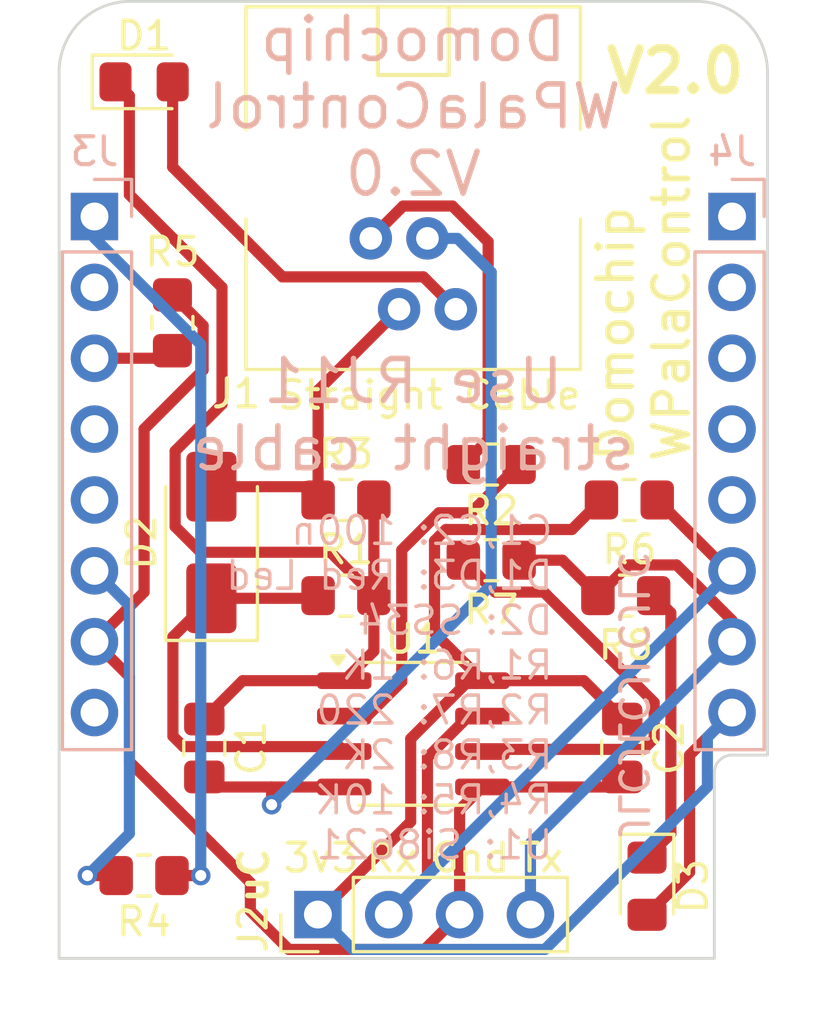
<source format=kicad_pcb>
(kicad_pcb (version 20240108) (generator "pcbnew") (generator_version "8.0")
  (layers (0 "F.Cu" signal) (31 "B.Cu" signal) (34 "B.Paste" user) (35 "F.Paste" user) (36 "B.SilkS" user "B.Silkscreen") (37 "F.SilkS" user "F.Silkscreen") (38 "B.Mask" user) (39 "F.Mask" user) (44 "Edge.Cuts" user))
  (net 0 "")
  (net 1 "VDD1")
  (net 2 "GND1")
  (net 3 "VDD2")
  (net 4 "GND2")
  (net 5 "Net-(D1-A)")
  (net 6 "/Rx")
  (net 7 "Net-(D2-K)")
  (net 8 "Net-(D3-K)")
  (net 9 "/Tx")
  (net 10 "RXuC")
  (net 11 "TXuC")
  (net 12 "Net-(U1-A1)")
  (net 13 "Net-(J3-D1)")
  (net 14 "Net-(J3-Tx)")
  (net 16 "Net-(U1-B2)")
  (net 18 "Net-(J3-D4)")
  (footprint "Capacitor_SMD:C_0805_2012Metric_Pad1.18x1.45mm_HandSolder" (layer "F.Cu") (at 28.067 50.8 -90)
    (property "Reference" "C1" (at 0 -1.68 -90) (layer "F.SilkS"))
    (property "Value" "100n")
    (fp_line (start -0.261252 0.735) (end 0.261252 0.735) (stroke (width 0.12)) (layer "F.SilkS"))
    (fp_line (start -0.261252 -0.735) (end 0.261252 -0.735) (stroke (width 0.12)) (layer "F.SilkS"))
    (pad "1" smd roundrect (at -1.0375 0 270) (size 1.175 1.45) (layers "F.Cu" "F.Paste" "F.Mask") (roundrect_rratio 0.212766) (net 1 "VDD1"))
    (pad "2" smd roundrect (at 1.0375 0 270) (size 1.175 1.45) (layers "F.Cu" "F.Paste" "F.Mask") (roundrect_rratio 0.212766) (net 2 "GND1"))
  )
  (footprint "LED_SMD:LED_0805_2012Metric_Pad1.15x1.40mm_HandSolder" (layer "F.Cu") (at 25.908 26.924)
    (property "Reference" "D1" (at 0 -1.65 0) (layer "F.SilkS"))
    (property "Value" "RED")
    (fp_line (start -1.86 -0.96) (end -1.86 0.96) (stroke (width 0.12)) (layer "F.SilkS"))
    (fp_line (start -1.86 0.96) (end 1 0.96) (stroke (width 0.12)) (layer "F.SilkS"))
    (fp_line (start 1 -0.96) (end -1.86 -0.96) (stroke (width 0.12)) (layer "F.SilkS"))
    (pad "1" smd roundrect (at -1.025 0) (size 1.15 1.4) (layers "F.Cu" "F.Paste" "F.Mask") (roundrect_rratio 0.217391) (net 1 "VDD1"))
    (pad "2" smd roundrect (at 1.025 0) (size 1.15 1.4) (layers "F.Cu" "F.Paste" "F.Mask") (roundrect_rratio 0.217391) (net 5 "Net-(D1-A)"))
  )
  (footprint "LED_SMD:LED_0805_2012Metric_Pad1.15x1.40mm_HandSolder" (layer "F.Cu") (at 43.942 55.753 -90)
    (property "Reference" "D3" (at 0 -1.65 -90) (layer "F.SilkS"))
    (property "Value" "RED")
    (fp_line (start -1.86 0.96) (end 1 0.96) (stroke (width 0.12)) (layer "F.SilkS"))
    (fp_line (start -1.86 -0.96) (end -1.86 0.96) (stroke (width 0.12)) (layer "F.SilkS"))
    (fp_line (start 1 -0.96) (end -1.86 -0.96) (stroke (width 0.12)) (layer "F.SilkS"))
    (pad "1" smd roundrect (at -1.025 0 270) (size 1.15 1.4) (layers "F.Cu" "F.Paste" "F.Mask") (roundrect_rratio 0.217391) (net 8 "Net-(D3-K)"))
    (pad "2" smd roundrect (at 1.025 0 270) (size 1.15 1.4) (layers "F.Cu" "F.Paste" "F.Mask") (roundrect_rratio 0.217391) (net 3 "VDD2"))
  )
  (footprint "Resistor_SMD:R_0805_2012Metric_Pad1.20x1.40mm_HandSolder" (layer "F.Cu") (at 38.354 40.64)
    (property "Reference" "R2" (at 0 1.651 0) (layer "F.SilkS"))
    (property "Value" "220")
    (fp_line (start -0.227064 -0.735) (end 0.227064 -0.735) (stroke (width 0.12)) (layer "F.SilkS"))
    (fp_line (start -0.227064 0.735) (end 0.227064 0.735) (stroke (width 0.12)) (layer "F.SilkS"))
    (pad "1" smd roundrect (at -1 0) (size 1.2 1.4) (layers "F.Cu" "F.Paste" "F.Mask") (roundrect_rratio 0.208333) (net 9 "/Tx"))
    (pad "2" smd roundrect (at 1 0) (size 1.2 1.4) (layers "F.Cu" "F.Paste" "F.Mask") (roundrect_rratio 0.208333) (net 12 "Net-(U1-A1)"))
  )
  (footprint "Resistor_SMD:R_0805_2012Metric_Pad1.20x1.40mm_HandSolder" (layer "F.Cu") (at 43.307 41.91 180)
    (property "Reference" "R6" (at 0 -1.778 0) (layer "F.SilkS"))
    (property "Value" "1K")
    (fp_line (start -0.227064 0.735) (end 0.227064 0.735) (stroke (width 0.12)) (layer "F.SilkS"))
    (fp_line (start -0.227064 -0.735) (end 0.227064 -0.735) (stroke (width 0.12)) (layer "F.SilkS"))
    (pad "1" smd roundrect (at -1 0 180) (size 1.2 1.4) (layers "F.Cu" "F.Paste" "F.Mask") (roundrect_rratio 0.208333) (net 10 "RXuC"))
    (pad "2" smd roundrect (at 1 0 180) (size 1.2 1.4) (layers "F.Cu" "F.Paste" "F.Mask") (roundrect_rratio 0.208333) (net 3 "VDD2"))
  )
  (footprint "Package_SO:SOIC-8_3.9x4.9mm_P1.27mm" (layer "F.Cu") (at 35.56 50.292)
    (property "Reference" "U1" (at 0 -3.4 0) (layer "F.SilkS"))
    (property "Value" "SI8621")
    (fp_line (start 0 -2.56) (end -1.95 -2.56) (stroke (width 0.12)) (layer "F.SilkS"))
    (fp_line (start 0 -2.56) (end 1.95 -2.56) (stroke (width 0.12)) (layer "F.SilkS"))
    (fp_line (start 0 2.56) (end -1.95 2.56) (stroke (width 0.12)) (layer "F.SilkS"))
    (fp_line (start 0 2.56) (end 1.95 2.56) (stroke (width 0.12)) (layer "F.SilkS"))
    (fp_poly (pts (xy -2.7 -2.465) (xy -2.94 -2.795) (xy -2.46 -2.795) (xy -2.7 -2.465)) (stroke (width 0.12)) (fill solid) (layer "F.SilkS"))
    (pad "1" smd roundrect (at -2.475 -1.905) (size 1.95 0.6) (layers "F.Cu" "F.Paste" "F.Mask") (net 1 "VDD1"))
    (pad "2" smd roundrect (at -2.475 -0.635) (size 1.95 0.6) (layers "F.Cu" "F.Paste" "F.Mask") (net 12 "Net-(U1-A1)"))
    (pad "3" smd roundrect (at -2.475 0.635) (size 1.95 0.6) (layers "F.Cu" "F.Paste" "F.Mask") (net 7 "Net-(D2-K)"))
    (pad "4" smd roundrect (at -2.475 1.905) (size 1.95 0.6) (layers "F.Cu" "F.Paste" "F.Mask") (net 2 "GND1"))
    (pad "5" smd roundrect (at 2.475 1.905) (size 1.95 0.6) (layers "F.Cu" "F.Paste" "F.Mask") (net 4 "GND2"))
    (pad "6" smd roundrect (at 2.475 0.635) (size 1.95 0.6) (layers "F.Cu" "F.Paste" "F.Mask") (net 16 "Net-(U1-B2)"))
    (pad "7" smd roundrect (at 2.475 -0.635) (size 1.95 0.6) (layers "F.Cu" "F.Paste" "F.Mask") (net 10 "RXuC"))
    (pad "8" smd roundrect (at 2.475 -1.905) (size 1.95 0.6) (layers "F.Cu" "F.Paste" "F.Mask") (net 3 "VDD2"))
  )
  (footprint "Diode_SMD:D_SMA" (layer "F.Cu") (at 28.321 43.434 90)
    (property "Reference" "D2" (at 0 -2.5 90) (layer "F.SilkS"))
    (property "Value" "SS34")
    (fp_line (start -3.51 -1.65) (end 2 -1.65) (stroke (width 0.12)) (layer "F.SilkS"))
    (fp_line (start -3.51 -1.65) (end -3.51 1.65) (stroke (width 0.12)) (layer "F.SilkS"))
    (fp_line (start -3.51 1.65) (end 2 1.65) (stroke (width 0.12)) (layer "F.SilkS"))
    (pad "1" smd roundrect (at -2 0 90) (size 2.5 1.8) (layers "F.Cu" "F.Paste" "F.Mask") (roundrect_rratio 0.1388888889) (net 7 "Net-(D2-K)"))
    (pad "2" smd roundrect (at 2 0 90) (size 2.5 1.8) (layers "F.Cu" "F.Paste" "F.Mask") (roundrect_rratio 0.1388888889) (net 6 "/Rx"))
  )
  (footprint "Connector_PinHeader_2.54mm:PinHeader_1x04_P2.54mm_Vertical" (layer "F.Cu") (at 32.141 56.769 90)
    (property "Reference" "J2" (at -0.508 -2.33 90) (layer "F.SilkS"))
    (property "Value" "MCU UART")
    (fp_line (start -1.33 -1.33) (end 0 -1.33) (stroke (width 0.12)) (layer "F.SilkS"))
    (fp_line (start -1.33 0) (end -1.33 -1.33) (stroke (width 0.12)) (layer "F.SilkS"))
    (fp_line (start 1.33 1.27) (end 1.33 8.95) (stroke (width 0.12)) (layer "F.SilkS"))
    (fp_line (start -1.33 1.27) (end 1.33 1.27) (stroke (width 0.12)) (layer "F.SilkS"))
    (fp_line (start -1.33 1.27) (end -1.33 8.95) (stroke (width 0.12)) (layer "F.SilkS"))
    (fp_line (start -1.33 8.95) (end 1.33 8.95) (stroke (width 0.12)) (layer "F.SilkS"))
    (pad "1" thru_hole rect (at 0 0 90) (size 1.7 1.7) (drill 1) (layers "*.Cu" "*.Mask") (net 3 "VDD2"))
    (pad "2" thru_hole oval (at 0 2.54 90) (size 1.7 1.7) (drill 1) (layers "*.Cu" "*.Mask") (net 10 "RXuC"))
    (pad "3" thru_hole oval (at 0 5.08 90) (size 1.7 1.7) (drill 1) (layers "*.Cu" "*.Mask") (net 4 "GND2"))
    (pad "4" thru_hole oval (at 0 7.62 90) (size 1.7 1.7) (drill 1) (layers "*.Cu" "*.Mask") (net 11 "TXuC"))
  )
  (footprint "Resistor_SMD:R_0805_2012Metric_Pad1.20x1.40mm_HandSolder" (layer "F.Cu") (at 38.354 44.069 180)
    (property "Reference" "R7" (at 0 -1.778 0) (layer "F.SilkS"))
    (property "Value" "220")
    (fp_line (start -0.227064 0.735) (end 0.227064 0.735) (stroke (width 0.12)) (layer "F.SilkS"))
    (fp_line (start -0.227064 -0.735) (end 0.227064 -0.735) (stroke (width 0.12)) (layer "F.SilkS"))
    (pad "1" smd roundrect (at -1 0 180) (size 1.2 1.4) (layers "F.Cu" "F.Paste" "F.Mask") (roundrect_rratio 0.208333) (net 11 "TXuC"))
    (pad "2" smd roundrect (at 1 0 180) (size 1.2 1.4) (layers "F.Cu" "F.Paste" "F.Mask") (roundrect_rratio 0.208333) (net 16 "Net-(U1-B2)"))
  )
  (footprint "Resistor_SMD:R_0805_2012Metric_Pad1.20x1.40mm_HandSolder" (layer "F.Cu") (at 43.18 45.339)
    (property "Reference" "R8" (at 0 1.778 0) (layer "F.SilkS"))
    (property "Value" "2K")
    (fp_line (start -0.227064 -0.735) (end 0.227064 -0.735) (stroke (width 0.12)) (layer "F.SilkS"))
    (fp_line (start -0.227064 0.735) (end 0.227064 0.735) (stroke (width 0.12)) (layer "F.SilkS"))
    (pad "1" smd roundrect (at -1 0) (size 1.2 1.4) (layers "F.Cu" "F.Paste" "F.Mask") (roundrect_rratio 0.208333) (net 11 "TXuC"))
    (pad "2" smd roundrect (at 1 0) (size 1.2 1.4) (layers "F.Cu" "F.Paste" "F.Mask") (roundrect_rratio 0.208333) (net 8 "Net-(D3-K)"))
  )
  (footprint "Capacitor_SMD:C_0805_2012Metric_Pad1.18x1.45mm_HandSolder" (layer "F.Cu") (at 43.053 50.8 -90)
    (property "Reference" "C2" (at 0 -1.68 -90) (layer "F.SilkS"))
    (property "Value" "100n")
    (fp_line (start -0.261252 0.735) (end 0.261252 0.735) (stroke (width 0.12)) (layer "F.SilkS"))
    (fp_line (start -0.261252 -0.735) (end 0.261252 -0.735) (stroke (width 0.12)) (layer "F.SilkS"))
    (pad "1" smd roundrect (at -1.0375 0 270) (size 1.175 1.45) (layers "F.Cu" "F.Paste" "F.Mask") (roundrect_rratio 0.212766) (net 3 "VDD2"))
    (pad "2" smd roundrect (at 1.0375 0 270) (size 1.175 1.45) (layers "F.Cu" "F.Paste" "F.Mask") (roundrect_rratio 0.212766) (net 4 "GND2"))
  )
  (footprint "MyRJ:Ali_RJ11" (layer "F.Cu") (at 34.036 32.534 180)
    (property "Reference" "J1" (at 4.826 -5.566 0) (layer "F.SilkS"))
    (property "Value" "6P4C")
    (fp_line (start 4.476 3.9) (end 4.476 8.3) (stroke (width 0.12)) (layer "F.SilkS"))
    (fp_line (start 4.476 -4.7) (end 4.476 0.7) (stroke (width 0.12)) (layer "F.SilkS"))
    (fp_line (start -0.254 5.856) (end -0.254 8.3) (stroke (width 0.15)) (layer "F.SilkS"))
    (fp_line (start -2.794 8.3) (end -2.794 5.856) (stroke (width 0.15)) (layer "F.SilkS"))
    (fp_line (start -2.794 5.856) (end -0.254 5.856) (stroke (width 0.15)) (layer "F.SilkS"))
    (fp_line (start -7.524 8.3) (end 4.476 8.3) (stroke (width 0.12)) (layer "F.SilkS"))
    (fp_line (start -7.524 3.9) (end -7.524 8.3) (stroke (width 0.12)) (layer "F.SilkS"))
    (fp_line (start -7.524 -4.7) (end 4.476 -4.7) (stroke (width 0.12)) (layer "F.SilkS"))
    (fp_line (start -7.524 -4.7) (end -7.524 0.7) (stroke (width 0.12)) (layer "F.SilkS"))
    (pad "" np_thru_hole circle (at -7.524 2.3 180) (size 2.3 2.3) (drill 2.3) (layers "F&B.Cu" "*.Mask"))
    (pad "" np_thru_hole circle (at 4.476 2.3 180) (size 2.3 2.3) (drill 2.3) (layers "F&B.Cu" "*.Mask"))
    (pad "1" thru_hole circle (at 0 0) (size 1.52 1.52) (drill 0.81) (layers "*.Cu" "*.Mask") (net 9 "/Tx"))
    (pad "2" thru_hole circle (at -1.016 -2.54) (size 1.52 1.52) (drill 0.81) (layers "*.Cu" "*.Mask") (net 6 "/Rx"))
    (pad "3" thru_hole circle (at -2.032 0) (size 1.52 1.52) (drill 0.81) (layers "*.Cu" "*.Mask") (net 2 "GND1"))
    (pad "4" thru_hole circle (at -3.048 -2.54) (size 1.52 1.52) (drill 0.81) (layers "*.Cu" "*.Mask") (net 5 "Net-(D1-A)"))
  )
  (footprint "Resistor_SMD:R_0805_2012Metric_Pad1.20x1.40mm_HandSolder" (layer "F.Cu") (at 33.147 45.339)
    (property "Reference" "R1" (at 0 -1.65 0) (layer "F.SilkS"))
    (property "Value" "1K")
    (fp_line (start -0.227064 -0.735) (end 0.227064 -0.735) (stroke (width 0.12)) (layer "F.SilkS"))
    (fp_line (start -0.227064 0.735) (end 0.227064 0.735) (stroke (width 0.12)) (layer "F.SilkS"))
    (pad "1" smd roundrect (at -1 0) (size 1.2 1.4) (layers "F.Cu" "F.Paste" "F.Mask") (roundrect_rratio 0.208333) (net 7 "Net-(D2-K)"))
    (pad "2" smd roundrect (at 1 0) (size 1.2 1.4) (layers "F.Cu" "F.Paste" "F.Mask") (roundrect_rratio 0.208333) (net 1 "VDD1"))
  )
  (footprint "Resistor_SMD:R_0805_2012Metric_Pad1.20x1.40mm_HandSolder" (layer "F.Cu") (at 25.908 55.372 180)
    (property "Reference" "R4" (at 0 -1.65 180) (layer "F.SilkS"))
    (property "Value" "10K")
    (fp_line (start -0.227064 0.735) (end 0.227064 0.735) (stroke (width 0.12)) (layer "F.SilkS"))
    (fp_line (start -0.227064 -0.735) (end 0.227064 -0.735) (stroke (width 0.12)) (layer "F.SilkS"))
    (pad "1" smd roundrect (at -1 0 180) (size 1.2 1.4) (layers "F.Cu" "F.Paste" "F.Mask") (roundrect_rratio 0.208333) (net 14 "Net-(J3-Tx)"))
    (pad "2" smd roundrect (at 1 0 180) (size 1.2 1.4) (layers "F.Cu" "F.Paste" "F.Mask") (roundrect_rratio 0.208333) (net 18 "Net-(J3-D4)"))
  )
  (footprint "Resistor_SMD:R_0805_2012Metric_Pad1.20x1.40mm_HandSolder" (layer "F.Cu") (at 26.924 35.56 90)
    (property "Reference" "R5" (at 2.54 0 180) (layer "F.SilkS"))
    (property "Value" "10K")
    (fp_line (start -0.227064 -0.735) (end 0.227064 -0.735) (stroke (width 0.12)) (layer "F.SilkS"))
    (fp_line (start -0.227064 0.735) (end 0.227064 0.735) (stroke (width 0.12)) (layer "F.SilkS"))
    (pad "1" smd roundrect (at -1 0 90) (size 1.2 1.4) (layers "F.Cu" "F.Paste" "F.Mask") (roundrect_rratio 0.208333) (net 13 "Net-(J3-D1)"))
    (pad "2" smd roundrect (at 1 0 90) (size 1.2 1.4) (layers "F.Cu" "F.Paste" "F.Mask") (roundrect_rratio 0.208333) (net 4 "GND2"))
  )
  (footprint "Resistor_SMD:R_0805_2012Metric_Pad1.20x1.40mm_HandSolder" (layer "F.Cu") (at 33.147 41.91)
    (property "Reference" "R3" (at 0 -1.65 0) (layer "F.SilkS"))
    (property "Value" "2K")
    (fp_line (start -0.227064 -0.735) (end 0.227064 -0.735) (stroke (width 0.12)) (layer "F.SilkS"))
    (fp_line (start -0.227064 0.735) (end 0.227064 0.735) (stroke (width 0.12)) (layer "F.SilkS"))
    (pad "1" smd roundrect (at -1 0) (size 1.2 1.4) (layers "F.Cu" "F.Paste" "F.Mask") (roundrect_rratio 0.208333) (net 6 "/Rx"))
    (pad "2" smd roundrect (at 1 0) (size 1.2 1.4) (layers "F.Cu" "F.Paste" "F.Mask") (roundrect_rratio 0.208333) (net 1 "VDD1"))
  )
  (footprint "wemos_d1_mini:WeMos_D1_mini_Hat_Left" (layer "B.Cu") (at 24.13 31.75 180)
    (property "Reference" "J3" (at 0 2.33 0) (layer "B.SilkS") (effects (justify mirror)))
    (property "Value" "WeMos_mini_Hat_Left")
    (fp_line (start 1.15 -1.27) (end -1.33 -1.27) (stroke (width 0.12)) (layer "B.SilkS"))
    (fp_line (start 1.15 -19.11) (end 1.15 -1.27) (stroke (width 0.12)) (layer "B.SilkS"))
    (fp_line (start 1.15 -19.11) (end -1.33 -19.11) (stroke (width 0.12)) (layer "B.SilkS"))
    (fp_line (start 0 1.33) (end -1.33 1.33) (stroke (width 0.12)) (layer "B.SilkS"))
    (fp_line (start -1.33 1.33) (end -1.33 0) (stroke (width 0.12)) (layer "B.SilkS"))
    (fp_line (start -1.33 -19.11) (end -1.33 -1.27) (stroke (width 0.12)) (layer "B.SilkS"))
    (pad "1" thru_hole rect (at 0 0 180) (size 1.7 1.7) (drill 1) (layers "*.Cu" "*.Mask") (net 14 "Net-(J3-Tx)"))
    (pad "2" thru_hole oval (at 0 -2.54 180) (size 1.7 1.7) (drill 1) (layers "*.Cu" "*.Mask"))
    (pad "3" thru_hole oval (at 0 -5.08 180) (size 1.7 1.7) (drill 1) (layers "*.Cu" "*.Mask") (net 13 "Net-(J3-D1)"))
    (pad "4" thru_hole oval (at 0 -7.62 180) (size 1.7 1.7) (drill 1) (layers "*.Cu" "*.Mask"))
    (pad "5" thru_hole oval (at 0 -10.16 180) (size 1.7 1.7) (drill 1) (layers "*.Cu" "*.Mask"))
    (pad "6" thru_hole oval (at 0 -12.7 180) (size 1.7 1.7) (drill 1) (layers "*.Cu" "*.Mask") (net 18 "Net-(J3-D4)"))
    (pad "7" thru_hole oval (at 0 -15.24 180) (size 1.7 1.7) (drill 1) (layers "*.Cu" "*.Mask") (net 4 "GND2"))
    (pad "8" thru_hole oval (at 0 -17.78 180) (size 1.7 1.7) (drill 1) (layers "*.Cu" "*.Mask"))
  )
  (footprint "wemos_d1_mini:WeMos_D1_mini_Hat_Right" (layer "B.Cu") (at 46.99 31.75 180)
    (property "Reference" "J4" (at 0 2.33 0) (layer "B.SilkS") (effects (justify mirror)))
    (property "Value" "WeMos_mini_Hat_Right")
    (fp_line (start 1.33 -1.27) (end -1.15 -1.27) (stroke (width 0.12)) (layer "B.SilkS"))
    (fp_line (start 1.33 -19.08) (end 1.33 -1.27) (stroke (width 0.12)) (layer "B.SilkS"))
    (fp_line (start 1.33 -19.11) (end -1.15 -19.11) (stroke (width 0.12)) (layer "B.SilkS"))
    (fp_line (start 0 1.33) (end -1.15 1.33) (stroke (width 0.12)) (layer "B.SilkS"))
    (fp_line (start -1.15 1.33) (end -1.15 0) (stroke (width 0.12)) (layer "B.SilkS"))
    (fp_line (start -1.15 -19.08) (end -1.15 -1.27) (stroke (width 0.12)) (layer "B.SilkS"))
    (pad "1" thru_hole rect (at 0 0 180) (size 1.7 1.7) (drill 1) (layers "*.Cu" "*.Mask"))
    (pad "2" thru_hole oval (at 0 -2.54 180) (size 1.7 1.7) (drill 1) (layers "*.Cu" "*.Mask"))
    (pad "3" thru_hole oval (at 0 -5.08 180) (size 1.7 1.7) (drill 1) (layers "*.Cu" "*.Mask"))
    (pad "4" thru_hole oval (at 0 -7.62 180) (size 1.7 1.7) (drill 1) (layers "*.Cu" "*.Mask"))
    (pad "5" thru_hole oval (at 0 -10.16 180) (size 1.7 1.7) (drill 1) (layers "*.Cu" "*.Mask"))
    (pad "6" thru_hole oval (at 0 -12.7 180) (size 1.7 1.7) (drill 1) (layers "*.Cu" "*.Mask") (net 10 "RXuC"))
    (pad "7" thru_hole oval (at 0 -15.24 180) (size 1.7 1.7) (drill 1) (layers "*.Cu" "*.Mask") (net 11 "TXuC"))
    (pad "8" thru_hole oval (at 0 -17.78 180) (size 1.7 1.7) (drill 1) (layers "*.Cu" "*.Mask") (net 3 "VDD2"))
  )
  (gr_arc (start 22.86 26.58) (mid 23.603949 24.783949) (end 25.4 24.04) (stroke (width 0.1)) (layer "Edge.Cuts"))
  (gr_line (start 46.355 58.34) (end 46.355 51.689) (stroke (width 0.1)) (layer "Edge.Cuts"))
  (gr_line (start 25.4 24.04) (end 45.72 24.04) (stroke (width 0.1)) (layer "Edge.Cuts"))
  (gr_arc (start 46.355 51.689) (mid 46.540987 51.239987) (end 46.99 51.054) (stroke (width 0.1)) (layer "Edge.Cuts"))
  (gr_line (start 22.86 26.58) (end 22.86 58.34) (stroke (width 0.1)) (layer "Edge.Cuts"))
  (gr_arc (start 45.72 24.04) (mid 47.516051 24.783949) (end 48.26 26.58) (stroke (width 0.1)) (layer "Edge.Cuts"))
  (gr_line (start 46.99 51.054) (end 48.26 51.054) (stroke (width 0.1)) (layer "Edge.Cuts"))
  (gr_line (start 48.26 51.054) (end 48.26 26.58) (stroke (width 0.1)) (layer "Edge.Cuts"))
  (gr_line (start 22.86 58.34) (end 46.355 58.34) (stroke (width 0.1)) (layer "Edge.Cuts"))
  (gr_text "Use RJ11\nstraight cable" (at 35.56 38.862 0) (layer "B.SilkS") (effects (font (size 1.5 1.5) (thickness 0.2)) (justify mirror)))
  (gr_text "Domochip\nWPalaControl\nV2.0" (at 35.56 27.813 0) (layer "B.SilkS") (effects (font (size 1.5 1.5) (thickness 0.2)) (justify mirror)))
  (gr_text "C1,C2: 100n\nD1,D3: Red Led\nD2: SS34\nR1,R6: 1K\nR2,R7: 220\nR3,R8: 2K\nR4,R5: 10K\nU1: Si8621" (at 40.64 48.641 0) (layer "B.SilkS") (effects (font (size 1 1) (thickness 0.125)) (justify left mirror)))
  (gr_text "JLCJLCJLCJLC" (at 43.434 48.895 -90) (layer "B.SilkS") (effects (font (size 1 1)) (justify mirror)))
  (gr_text "Domochip\nWPalaControl" (at 43.815 40.64 90) (layer "F.SilkS") (effects (font (size 1.25 1.25) (thickness 0.2)) (justify left)))
  (gr_text "Gnd" (at 37.592 54.737 0) (layer "F.SilkS") (effects (font (size 1 1))))
  (gr_text "Straight Cable" (at 30.607 38.735 0) (layer "F.SilkS") (effects (font (size 1 1)) (justify left bottom)))
  (gr_text "V2.0" (at 44.958 26.543 0) (layer "F.SilkS") (effects (font (size 1.5 1.5) (thickness 0.3) (bold yes))))
  (gr_text "Rx" (at 34.798 54.737 0) (layer "F.SilkS") (effects (font (size 1 1))))
  (gr_text "Tx" (at 40.132 54.737 0) (layer "F.SilkS") (effects (font (size 1 1))))
  (gr_text "3v3" (at 32.258 54.737 0) (layer "F.SilkS") (effects (font (size 1 1))))
  (gr_text "uC" (at 29.845 55.372 90) (layer "F.SilkS") (effects (font (size 1 1) (thickness 0.2) (bold yes))))
  (segment (start 27.021 40.157834) (end 27.021 42.865) (width 0.4) (layer "F.Cu") (net 1))
  (segment (start 28.702 38.476834) (end 27.021 40.157834) (width 0.4) (layer "F.Cu") (net 1))
  (segment (start 28.702 34.29) (end 28.702 38.476834) (width 0.4) (layer "F.Cu") (net 1))
  (segment (start 32.592 43.784) (end 34.147 45.339) (width 0.4) (layer "F.Cu") (net 1))
  (segment (start 34.147 45.339) (end 34.147 47.325) (width 0.4) (layer "F.Cu") (net 1))
  (segment (start 24.883 26.924) (end 25.38 27.421) (width 0.4) (layer "F.Cu") (net 1))
  (segment (start 25.38 30.968) (end 28.702 34.29) (width 0.4) (layer "F.Cu") (net 1))
  (segment (start 34.147 45.339) (end 34.147 41.91) (width 0.4) (layer "F.Cu") (net 1))
  (segment (start 33.085 48.387) (end 29.4425 48.387) (width 0.4) (layer "F.Cu") (net 1))
  (segment (start 27.94 43.784) (end 32.592 43.784) (width 0.4) (layer "F.Cu") (net 1))
  (segment (start 25.38 27.421) (end 25.38 30.968) (width 0.4) (layer "F.Cu") (net 1))
  (segment (start 34.147 47.325) (end 33.085 48.387) (width 0.4) (layer "F.Cu") (net 1))
  (segment (start 29.4425 48.387) (end 28.067 49.7625) (width 0.4) (layer "F.Cu") (net 1))
  (segment (start 27.021 42.865) (end 27.94 43.784) (width 0.4) (layer "F.Cu") (net 1))
  (segment (start 30.48 52.197) (end 28.4265 52.197) (width 0.4) (layer "F.Cu") (net 2))
  (segment (start 28.4265 52.197) (end 28.067 51.8375) (width 0.4) (layer "F.Cu") (net 2))
  (segment (start 30.48 52.832) (end 30.48 52.197) (width 0.4) (layer "F.Cu") (net 2))
  (segment (start 33.085 52.197) (end 30.48 52.197) (width 0.4) (layer "F.Cu") (net 2))
  (via (at 30.48 52.832) (size 0.7) (drill 0.4) (layers "F.Cu" "B.Cu") (net 2))
  (segment (start 38.354 44.958) (end 30.48 52.832) (width 0.4) (layer "B.Cu") (net 2))
  (segment (start 36.068 32.534) (end 37.142802 32.534) (width 0.4) (layer "B.Cu") (net 2))
  (segment (start 37.142802 32.534) (end 38.354 33.745198) (width 0.4) (layer "B.Cu") (net 2))
  (segment (start 38.354 33.745198) (end 38.354 44.958) (width 0.4) (layer "B.Cu") (net 2))
  (segment (start 41.248 42.969) (end 36.727834 42.969) (width 0.4) (layer "F.Cu") (net 3))
  (segment (start 35.468 50.467026) (end 37.548026 48.387) (width 0.4) (layer "F.Cu") (net 3))
  (segment (start 37.548026 48.387) (end 38.035 48.387) (width 0.4) (layer "F.Cu") (net 3))
  (segment (start 45.466 55.254) (end 43.942 56.778) (width 0.4) (layer "F.Cu") (net 3))
  (segment (start 36.322 46.674) (end 38.035 48.387) (width 0.4) (layer "F.Cu") (net 3))
  (segment (start 32.141 56.769) (end 35.468 53.442) (width 0.4) (layer "F.Cu") (net 3))
  (segment (start 43.053 49.7625) (end 41.6775 48.387) (width 0.4) (layer "F.Cu") (net 3))
  (segment (start 46.99 49.53) (end 45.466 51.054) (width 0.4) (layer "F.Cu") (net 3))
  (segment (start 36.727834 42.969) (end 36.322 43.374834) (width 0.4) (layer "F.Cu") (net 3))
  (segment (start 41.6775 48.387) (end 38.035 48.387) (width 0.4) (layer "F.Cu") (net 3))
  (segment (start 45.466 51.054) (end 45.466 55.254) (width 0.4) (layer "F.Cu") (net 3))
  (segment (start 42.307 41.91) (end 41.248 42.969) (width 0.4) (layer "F.Cu") (net 3))
  (segment (start 35.468 53.442) (end 35.468 50.467026) (width 0.4) (layer "F.Cu") (net 3))
  (segment (start 36.322 43.374834) (end 36.322 46.674) (width 0.4) (layer "F.Cu") (net 3))
  (segment (start 40.279 58.019) (end 33.391 58.019) (width 0.4) (layer "B.Cu") (net 3))
  (segment (start 46.99 49.53) (end 46.105 50.415) (width 0.4) (layer "B.Cu") (net 3))
  (segment (start 33.391 58.019) (end 32.141 56.769) (width 0.4) (layer "B.Cu") (net 3))
  (segment (start 46.105 50.415) (end 46.105 52.193) (width 0.4) (layer "B.Cu") (net 3))
  (segment (start 46.105 52.193) (end 40.279 58.019) (width 0.4) (layer "B.Cu") (net 3))
  (segment (start 26.924 34.56) (end 28.024 35.66) (width 0.4) (layer "F.Cu") (net 4))
  (segment (start 31.095 58.019) (end 29.718 56.642) (width 0.4) (layer "F.Cu") (net 4))
  (segment (start 29.718 55.626) (end 25.38 51.288) (width 0.4) (layer "F.Cu") (net 4))
  (segment (start 42.6935 52.197) (end 43.053 51.8375) (width 0.4) (layer "F.Cu") (net 4))
  (segment (start 35.971 58.019) (end 31.095 58.019) (width 0.4) (layer "F.Cu") (net 4))
  (segment (start 25.908 39.37) (end 25.908 45.212) (width 0.4) (layer "F.Cu") (net 4))
  (segment (start 28.024 35.66) (end 28.024 37.254) (width 0.4) (layer "F.Cu") (net 4))
  (segment (start 37.221 53.011) (end 38.035 52.197) (width 0.4) (layer "F.Cu") (net 4))
  (segment (start 38.035 52.197) (end 42.6935 52.197) (width 0.4) (layer "F.Cu") (net 4))
  (segment (start 25.908 45.212) (end 24.13 46.99) (width 0.4) (layer "F.Cu") (net 4))
  (segment (start 29.718 56.642) (end 29.718 55.626) (width 0.4) (layer "F.Cu") (net 4))
  (segment (start 25.38 48.24) (end 24.13 46.99) (width 0.4) (layer "F.Cu") (net 4))
  (segment (start 25.38 51.288) (end 25.38 48.24) (width 0.4) (layer "F.Cu") (net 4))
  (segment (start 37.221 56.769) (end 35.971 58.019) (width 0.4) (layer "F.Cu") (net 4))
  (segment (start 28.024 37.254) (end 25.908 39.37) (width 0.4) (layer "F.Cu") (net 4))
  (segment (start 37.221 56.769) (end 37.221 53.011) (width 0.4) (layer "F.Cu") (net 4))
  (segment (start 30.866 33.914) (end 26.933 29.981) (width 0.4) (layer "F.Cu") (net 5))
  (segment (start 37.084 35.074) (end 35.924 33.914) (width 0.4) (layer "F.Cu") (net 5))
  (segment (start 26.933 29.981) (end 26.933 26.924) (width 0.4) (layer "F.Cu") (net 5))
  (segment (start 35.924 33.914) (end 30.866 33.914) (width 0.4) (layer "F.Cu") (net 5))
  (segment (start 31.671 41.434) (end 32.147 41.91) (width 0.4) (layer "F.Cu") (net 6))
  (segment (start 32.147 41.91) (end 32.147 37.979) (width 0.4) (layer "F.Cu") (net 6))
  (segment (start 28.321 41.434) (end 31.671 41.434) (width 0.4) (layer "F.Cu") (net 6))
  (segment (start 32.147 37.979) (end 35.052 35.074) (width 0.4) (layer "F.Cu") (net 6))
  (segment (start 26.942 46.813) (end 26.942 50.376166) (width 0.4) (layer "F.Cu") (net 7))
  (segment (start 32.052 45.434) (end 32.147 45.339) (width 0.4) (layer "F.Cu") (net 7))
  (segment (start 32.908 50.75) (end 33.085 50.927) (width 0.4) (layer "F.Cu") (net 7))
  (segment (start 28.321 45.434) (end 26.942 46.813) (width 0.4) (layer "F.Cu") (net 7))
  (segment (start 28.321 45.434) (end 32.052 45.434) (width 0.4) (layer "F.Cu") (net 7))
  (segment (start 27.315834 50.75) (end 32.908 50.75) (width 0.4) (layer "F.Cu") (net 7))
  (segment (start 26.942 50.376166) (end 27.315834 50.75) (width 0.4) (layer "F.Cu") (net 7))
  (segment (start 43.942 54.728) (end 44.796 53.874) (width 0.4) (layer "F.Cu") (net 8))
  (segment (start 44.796 53.874) (end 44.796 45.955) (width 0.4) (layer "F.Cu") (net 8))
  (segment (start 44.796 45.955) (end 44.18 45.339) (width 0.4) (layer "F.Cu") (net 8))
  (segment (start 35.196 31.374) (end 36.962 31.374) (width 0.4) (layer "F.Cu") (net 9))
  (segment (start 34.036 32.534) (end 35.196 31.374) (width 0.4) (layer "F.Cu") (net 9))
  (segment (start 36.962 31.374) (end 38.244 32.656) (width 0.4) (layer "F.Cu") (net 9))
  (segment (start 38.244 39.75) (end 37.354 40.64) (width 0.4) (layer "F.Cu") (net 9))
  (segment (start 38.244 32.656) (end 38.244 39.75) (width 0.4) (layer "F.Cu") (net 9))
  (segment (start 36.068 55.382) (end 36.068 51.137026) (width 0.4) (layer "F.Cu") (net 10))
  (segment (start 37.548026 49.657) (end 38.035 49.657) (width 0.4) (layer "F.Cu") (net 10))
  (segment (start 36.068 51.137026) (end 37.548026 49.657) (width 0.4) (layer "F.Cu") (net 10))
  (segment (start 46.847 44.45) (end 44.307 41.91) (width 0.4) (layer "F.Cu") (net 10))
  (segment (start 34.681 56.769) (end 36.068 55.382) (width 0.4) (layer "F.Cu") (net 10))
  (segment (start 46.99 44.45) (end 46.847 44.45) (width 0.4) (layer "F.Cu") (net 10))
  (segment (start 46.99 44.45) (end 34.681 56.759) (width 0.4) (layer "B.Cu") (net 10))
  (segment (start 34.681 56.759) (end 34.681 56.769) (width 0.4) (layer "B.Cu") (net 10))
  (segment (start 43.28 44.239) (end 45.001 44.239) (width 0.4) (layer "F.Cu") (net 11))
  (segment (start 46.99 46.228) (end 46.99 46.99) (width 0.4) (layer "F.Cu") (net 11))
  (segment (start 40.91 44.069) (end 42.18 45.339) (width 0.4) (layer "F.Cu") (net 11))
  (segment (start 45.001 44.239) (end 46.99 46.228) (width 0.4) (layer "F.Cu") (net 11))
  (segment (start 39.354 44.069) (end 40.91 44.069) (width 0.4) (layer "F.Cu") (net 11))
  (segment (start 42.18 45.339) (end 43.28 44.239) (width 0.4) (layer "F.Cu") (net 11))
  (segment (start 39.761 54.219) (end 39.761 56.769) (width 0.4) (layer "B.Cu") (net 11))
  (segment (start 46.99 46.99) (end 39.761 54.219) (width 0.4) (layer "B.Cu") (net 11))
  (segment (start 35.147 43.701306) (end 35.147 48.419) (width 0.4) (layer "F.Cu") (net 12))
  (segment (start 35.147 48.419) (end 33.909 49.657) (width 0.4) (layer "F.Cu") (net 12))
  (segment (start 39.354 40.64) (end 37.625 42.369) (width 0.4) (layer "F.Cu") (net 12))
  (segment (start 33.909 49.657) (end 33.085 49.657) (width 0.4) (layer "F.Cu") (net 12))
  (segment (start 37.625 42.369) (end 36.479306 42.369) (width 0.4) (layer "F.Cu") (net 12))
  (segment (start 36.479306 42.369) (end 35.147 43.701306) (width 0.4) (layer "F.Cu") (net 12))
  (segment (start 26.654 36.83) (end 26.924 36.56) (width 0.4) (layer "F.Cu") (net 13))
  (segment (start 24.13 36.83) (end 26.654 36.83) (width 0.4) (layer "F.Cu") (net 13))
  (segment (start 27.94 55.372) (end 26.908 55.372) (width 0.4) (layer "F.Cu") (net 14))
  (via (at 27.94 55.372) (size 0.7) (drill 0.4) (layers "F.Cu" "B.Cu") (net 14))
  (segment (start 27.94 36.332233) (end 27.94 55.372) (width 0.4) (layer "B.Cu") (net 14))
  (segment (start 24.13 31.75) (end 24.13 32.522233) (width 0.4) (layer "B.Cu") (net 14))
  (segment (start 24.13 32.522233) (end 27.94 36.332233) (width 0.4) (layer "B.Cu") (net 14))
  (segment (start 38.035 50.927) (end 38.112 50.85) (width 0.4) (layer "F.Cu") (net 16))
  (segment (start 43.804166 50.85) (end 44.196 50.458166) (width 0.4) (layer "F.Cu") (net 16))
  (segment (start 38.112 50.85) (end 43.804166 50.85) (width 0.4) (layer "F.Cu") (net 16))
  (segment (start 38.497 45.212) (end 37.354 44.069) (width 0.4) (layer "F.Cu") (net 16))
  (segment (start 44.196 50.458166) (end 44.196 49.166834) (width 0.4) (layer "F.Cu") (net 16))
  (segment (start 44.196 49.166834) (end 40.241166 45.212) (width 0.4) (layer "F.Cu") (net 16))
  (segment (start 40.241166 45.212) (end 38.497 45.212) (width 0.4) (layer "F.Cu") (net 16))
  (segment (start 23.876 55.372) (end 24.908 55.372) (width 0.4) (layer "F.Cu") (net 18))
  (via (at 23.876 55.372) (size 0.7) (drill 0.4) (layers "F.Cu" "B.Cu") (net 18))
  (segment (start 25.38 45.7) (end 25.38 53.868) (width 0.4) (layer "B.Cu") (net 18))
  (segment (start 25.38 53.868) (end 23.876 55.372) (width 0.4) (layer "B.Cu") (net 18))
  (segment (start 24.13 44.45) (end 25.38 45.7) (width 0.4) (layer "B.Cu") (net 18))
)
</source>
